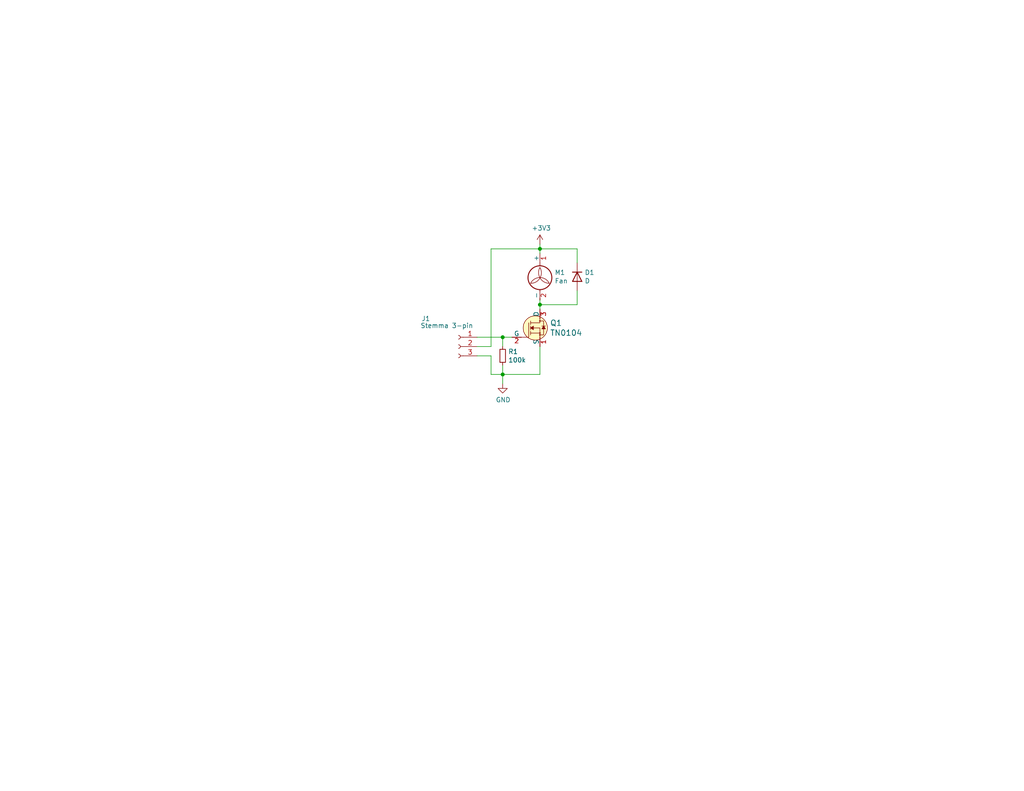
<source format=kicad_sch>
(kicad_sch (version 20211123) (generator eeschema)
  (paper "USLetter")
  (title_block (title "Corrosion_Monitorf Fan Controller") (date "2021-03-04") (rev "v00") (company "Cedar Grove Studios"))
  (lib_symbols
    (symbol "Connector:Conn_01x03_Female" (pin_names (offset 1.016) hide)
      (property "Reference" "J" (at 0 5.08 0))
      (property "Value" "Conn_01x03_Female" (at 0 -5.08 0))
      (symbol "Conn_01x03_Female_1_1"
        (arc (start 0 -2.032) (mid -0.508 -2.54) (end 0 -3.048) (stroke (width 0.1524)))
        (polyline (pts (xy -1.27 -2.54) (xy -0.508 -2.54)) (stroke (width 0.1524)))
        (polyline (pts (xy -1.27 0) (xy -0.508 0)) (stroke (width 0.1524)))
        (polyline (pts (xy -1.27 2.54) (xy -0.508 2.54)) (stroke (width 0.1524)))
        (arc (start 0 0.508) (mid -0.508 0) (end 0 -0.508) (stroke (width 0.1524)))
        (arc (start 0 3.048) (mid -0.508 2.54) (end 0 2.032) (stroke (width 0.1524)))
        (pin passive line (at -5.08 2.54 0) (length 3.81) (name "Pin_1") (number "1"))
        (pin passive line (at -5.08 0 0) (length 3.81) (name "Pin_2") (number "2"))
        (pin passive line (at -5.08 -2.54 0) (length 3.81) (name "Pin_3") (number "3"))
      )
    )
    (symbol "Device:D" (pin_numbers hide) (pin_names (offset 1.016) hide)
      (property "Reference" "D" (at 0 2.54 0))
      (property "Value" "D" (at 0 -2.54 0))
      (symbol "D_0_1"
        (polyline (pts (xy -1.27 1.27) (xy -1.27 -1.27)) (stroke (width 0.254)))
        (polyline (pts (xy 1.27 0) (xy -1.27 0)))
        (polyline (pts (xy 1.27 1.27) (xy 1.27 -1.27) (xy -1.27 0) (xy 1.27 1.27)) (stroke (width 0.254)))
      )
      (symbol "D_1_1"
        (pin passive line (at -3.81 0 0) (length 2.54) (name "K") (number "1"))
        (pin passive line (at 3.81 0 180) (length 2.54) (name "A") (number "2"))
      )
    )
    (symbol "Device:R_Small" (pin_numbers hide) (pin_names (offset 0.254) hide)
      (property "Reference" "R" (at 0.762 0.508 0))
      (property "Value" "R_Small" (at 0.762 -1.016 0))
      (symbol "R_Small_0_1"
        (rectangle (start -0.762 1.778) (end 0.762 -1.778) (stroke (width 0.2032)))
      )
      (symbol "R_Small_1_1"
        (pin passive line (at 0 2.54 270) (length 0.762) (name "~") (number "1"))
        (pin passive line (at 0 -2.54 90) (length 0.762) (name "~") (number "2"))
      )
    )
    (symbol "Motor:Fan" (pin_names (offset 0))
      (property "Reference" "M" (at 2.54 5.08 0))
      (property "Value" "Fan" (at 2.54 -2.54 0))
      (symbol "Fan_0_1"
        (arc (start -2.54 -0.508) (mid -0.0014 0.9048) (end 0 3.81))
        (polyline (pts (xy 0 -5.08) (xy 0 -4.572)))
        (polyline (pts (xy 0 -2.2352) (xy 0 -2.6416)))
        (polyline (pts (xy 0 4.2672) (xy 0 4.6228)))
        (polyline (pts (xy 0 4.572) (xy 0 5.08)))
        (circle (center 0 1.016) (radius 3.2512) (stroke (width 0.254)))
        (arc (start 0 3.81) (mid 0.0468 0.9314) (end 2.54 -0.508))
        (arc (start 2.54 -0.508) (mid 0 1.0618) (end -2.54 -0.508))
      )
      (symbol "Fan_1_1"
        (pin passive line (at 0 7.62 270) (length 2.54) (name "+") (number "1"))
        (pin passive line (at 0 -5.08 90) (length 2.54) (name "-") (number "2"))
      )
    )
    (symbol "dk_Transistors-FETs-MOSFETs-Single:2N7000" (pin_names (offset 0))
      (property "Reference" "Q" (at -2.6924 3.6322 0))
      (property "Value" "dk_Transistors-FETs-MOSFETs-Single_2N7000" (at 3.4544 0 90))
      (symbol "2N7000_0_1"
        (circle (center -1.27 0) (radius 3.302) (fill (type background)))
        (circle (center 0 -1.905) (radius 0.127))
        (circle (center 0 -1.397) (radius 0.127))
        (polyline (pts (xy 0 -1.397) (xy -2.54 -1.397)))
        (polyline (pts (xy -5.08 -2.54) (xy -3.048 -2.54) (xy -3.048 1.397)))
        (polyline (pts (xy 0 -2.54) (xy 0 0) (xy -2.54 0)))
        (polyline (pts (xy 0 2.54) (xy 0 1.397) (xy -2.54 1.397)))
        (polyline (pts (xy -0.127 -1.905) (xy 1.016 -1.905) (xy 1.016 1.397) (xy 1.016 1.905) (xy -0.127 1.905)))
        (circle (center 0 1.905) (radius 0.127))
      )
      (symbol "2N7000_1_1"
        (polyline (pts (xy -2.54 -1.397) (xy -2.54 -1.905)))
        (polyline (pts (xy -2.54 -1.397) (xy -2.54 -0.889)))
        (polyline (pts (xy -2.54 0) (xy -2.54 -0.508)))
        (polyline (pts (xy -2.54 0) (xy -2.54 0.508)))
        (polyline (pts (xy -2.54 1.905) (xy -2.54 0.889)))
        (polyline (pts (xy 1.524 0.508) (xy 0.508 0.508)))
        (polyline (pts (xy -2.54 0) (xy -1.778 0.508) (xy -1.778 -0.508) (xy -2.54 0)) (fill (type outline)))
        (polyline (pts (xy 1.016 0.508) (xy 0.508 -0.254) (xy 1.524 -0.254) (xy 1.016 0.508)) (fill (type outline)))
        (pin bidirectional line (at 0 -5.08 90) (length 2.54) (name "S") (number "1"))
        (pin bidirectional line (at -7.62 -2.54 0) (length 2.54) (name "G") (number "2"))
        (pin bidirectional line (at 0 5.08 270) (length 2.54) (name "D") (number "3"))
      )
    )
    (symbol "power:+3V3" (power) (pin_names (offset 0))
      (property "Value" "+3V3" (at 0 3.556 0))
      (symbol "+3V3_0_1"
        (polyline (pts (xy -0.762 1.27) (xy 0 2.54)))
        (polyline (pts (xy 0 0) (xy 0 2.54)))
        (polyline (pts (xy 0 2.54) (xy 0.762 1.27)))
      )
      (symbol "+3V3_1_1"
        (pin power_in line (at 0 0 90) (length 0) hide (name "+3V3") (number "1"))
      )
    )
    (symbol "power:GND" (power) (pin_names (offset 0))
      (property "Value" "GND" (at 0 -3.81 0))
      (symbol "GND_0_1"
        (polyline (pts (xy 0 0) (xy 0 -1.27) (xy 1.27 -1.27) (xy 0 -2.54) (xy -1.27 -1.27) (xy 0 -1.27)))
      )
      (symbol "GND_1_1"
        (pin power_in line (at 0 0 270) (length 0) hide (name "GND") (number "1"))
      )
    )
  )
  (junction (at 147.32 83.185))
  (junction (at 147.32 67.945))
  (junction (at 137.16 92.075))
  (junction (at 137.16 102.235))
  (wire (pts (xy 157.48 79.375) (xy 157.48 83.185)))
  (wire (pts (xy 147.32 83.185) (xy 147.32 84.455)))
  (wire (pts (xy 147.32 67.945) (xy 157.48 67.945)))
  (wire (pts (xy 133.985 67.945) (xy 147.32 67.945)))
  (wire (pts (xy 147.32 69.215) (xy 147.32 67.945)))
  (wire (pts (xy 133.985 94.615) (xy 133.985 67.945)))
  (wire (pts (xy 137.16 104.775) (xy 137.16 102.235)))
  (wire (pts (xy 133.985 97.155) (xy 133.985 102.235)))
  (wire (pts (xy 139.7 92.075) (xy 137.16 92.075)))
  (wire (pts (xy 137.16 102.235) (xy 147.32 102.235)))
  (wire (pts (xy 137.16 92.075) (xy 137.16 94.615)))
  (wire (pts (xy 147.32 67.945) (xy 147.32 66.675)))
  (wire (pts (xy 157.48 67.945) (xy 157.48 71.755)))
  (wire (pts (xy 157.48 83.185) (xy 147.32 83.185)))
  (wire (pts (xy 147.32 83.185) (xy 147.32 81.915)))
  (wire (pts (xy 130.175 94.615) (xy 133.985 94.615)))
  (wire (pts (xy 137.16 99.695) (xy 137.16 102.235)))
  (wire (pts (xy 137.16 92.075) (xy 130.175 92.075)))
  (wire (pts (xy 133.985 102.235) (xy 137.16 102.235)))
  (wire (pts (xy 147.32 102.235) (xy 147.32 94.615)))
  (wire (pts (xy 130.175 97.155) (xy 133.985 97.155)))
  (symbol (lib_id "power:+3V3") (at 147.32 66.675 0) (unit 1)
    (property "Reference" "#PWR0119" (effects hide))
    (property "Value" "+3V3" (at 147.701 62.2808 0))
  )
  (symbol (lib_id "power:GND") (at 137.16 104.775 0) (unit 1)
    (property "Reference" "#PWR0122" (effects hide))
    (property "Value" "GND" (at 137.287 109.1692 0))
  )
  (symbol (lib_id "dk_Transistors-FETs-MOSFETs-Single:2N7000") (at 147.32 89.535 0) (unit 1)
    (property "Reference" "Q1" (at 150.0632 88.1888 0) (effects (font (size 1.524 1.524)) (justify left)))
    (property "Value" "TN0104" (at 150.0632 90.8812 0) (effects (font (size 1.524 1.524)) (justify left)))
    (property "Footprint" "Package_TO_SOT_THT:TO-92S" (effects hide))
    (property "Datasheet" "https://www.onsemi.com/pub/Collateral/NDS7002A-D.PDF" (effects hide))
    (property "Digi-Key_PN" "2N7000FS-ND" (effects hide))
    (property "MPN" "2N7000" (effects hide))
    (property "Category" "Discrete Semiconductor Products" (effects hide))
    (property "Family" "Transistors - FETs, MOSFETs - Single" (effects hide))
    (property "DK_Datasheet_Link" "https://www.onsemi.com/pub/Collateral/NDS7002A-D.PDF" (effects hide))
    (property "DK_Detail_Page" "/product-detail/en/on-semiconductor/2N7000/2N7000FS-ND/244278" (effects hide))
    (property "Description" "MOSFET N-CH 60V 200MA TO-92" (effects hide))
    (property "Manufacturer" "ON Semiconductor" (effects hide))
    (property "Status" "Active" (effects hide))
  )
  (symbol (lib_id "Motor:Fan") (at 147.32 76.835 0) (unit 1)
    (property "Reference" "M1" (at 151.3332 74.3966 0) (effects (justify left)))
    (property "Value" "Fan" (at 151.3332 76.708 0) (effects (justify left)))
    (property "Footprint" "Connector_PinHeader_2.54mm:PinHeader_1x02_P2.54mm_Vertical" (effects hide))
  )
  (symbol (lib_id "Device:R_Small") (at 137.16 97.155 0) (unit 1)
    (property "Reference" "R1" (at 138.6586 95.9866 0) (effects (justify left)))
    (property "Value" "100k" (at 138.6586 98.298 0) (effects (justify left)))
    (property "Footprint" "Resistor_THT:R_Axial_DIN0204_L3.6mm_D1.6mm_P2.54mm_Vertical" (effects hide))
  )
  (symbol (lib_id "Device:D") (at 157.48 75.565 270) (unit 1)
    (property "Reference" "D1" (at 159.512 74.3966 90) (effects (justify left)))
    (property "Value" "D" (at 159.512 76.708 90) (effects (justify left)))
    (property "Footprint" "Diode_THT:D_T-1_P2.54mm_Vertical_KathodeUp" (effects hide))
  )
  (symbol (lib_id "Connector:Conn_01x03_Female") (at 125.095 94.615 0) (mirror y) (unit 1)
    (property "Reference" "J1" (at 116.205 86.995 0))
    (property "Value" "Stemma 3-pin" (at 121.92 88.9 0))
    (property "Footprint" "Connector_PinHeader_2.54mm:PinHeader_1x03_P2.54mm_Vertical" (effects hide))
  )
)
</source>
